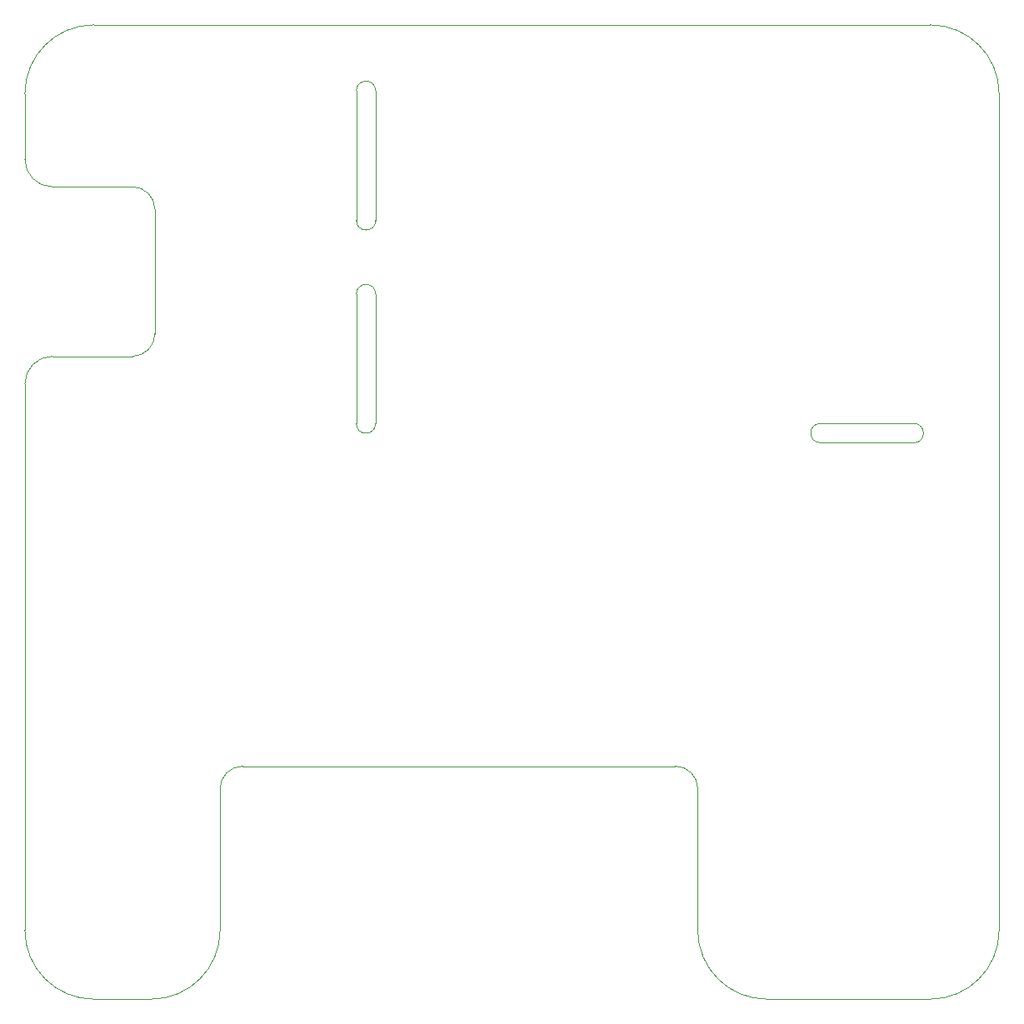
<source format=gm1>
G04 #@! TF.GenerationSoftware,KiCad,Pcbnew,7.0.7+dfsg-1*
G04 #@! TF.CreationDate,2024-09-08T18:24:34+02:00*
G04 #@! TF.ProjectId,evo-cube-sensor,65766f2d-6375-4626-952d-73656e736f72,rev?*
G04 #@! TF.SameCoordinates,Original*
G04 #@! TF.FileFunction,Profile,NP*
%FSLAX46Y46*%
G04 Gerber Fmt 4.6, Leading zero omitted, Abs format (unit mm)*
G04 Created by KiCad (PCBNEW 7.0.7+dfsg-1) date 2024-09-08 18:24:34*
%MOMM*%
%LPD*%
G01*
G04 APERTURE LIST*
G04 #@! TA.AperFunction,Profile*
%ADD10C,0.100000*%
G04 #@! TD*
G04 APERTURE END LIST*
D10*
X114503200Y-73075800D02*
X124002800Y-73075800D01*
X125664200Y-131569200D02*
G75*
G03*
X132664200Y-124569200I0J7000000D01*
G01*
X46500453Y-131569203D02*
G75*
G03*
X53500453Y-124569200I-3J7000003D01*
G01*
X33670200Y-46233544D02*
X33664200Y-39569200D01*
X33664200Y-124569200D02*
G75*
G03*
X40664200Y-131569200I7000000J0D01*
G01*
X67348843Y-73089243D02*
G75*
G03*
X69303157Y-73089243I977157J0D01*
G01*
X55786453Y-107899153D02*
G75*
G03*
X53500453Y-110185200I47J-2286047D01*
G01*
X125664200Y-32569200D02*
X40664200Y-32569200D01*
X99756200Y-107899200D02*
X55786453Y-107899200D01*
X102042200Y-110185200D02*
G75*
G03*
X99756200Y-107899200I-2286000J0D01*
G01*
X46878200Y-51313544D02*
X46878200Y-63957200D01*
X53500453Y-110185200D02*
X53500453Y-124569200D01*
X46878156Y-51313544D02*
G75*
G03*
X44592200Y-49027544I-2285956J44D01*
G01*
X69303157Y-59918600D02*
G75*
G03*
X67348843Y-59918600I-977157J0D01*
G01*
X44592200Y-66243200D02*
X36464200Y-66243200D01*
X44592200Y-66243200D02*
G75*
G03*
X46878200Y-63957200I0J2286000D01*
G01*
X44592200Y-49027544D02*
X36464200Y-49027544D01*
X102042200Y-110185200D02*
X102042200Y-124569200D01*
X36464200Y-66243200D02*
G75*
G03*
X33670200Y-69037200I0J-2794000D01*
G01*
X114503200Y-73075886D02*
G75*
G03*
X114503200Y-75030114I0J-977114D01*
G01*
X109042200Y-131569200D02*
X125664200Y-131569200D01*
X124002800Y-75030114D02*
X114503200Y-75030114D01*
X67348843Y-73089243D02*
X67348843Y-59918600D01*
X67348843Y-52439043D02*
G75*
G03*
X69303157Y-52439043I977157J0D01*
G01*
X69303157Y-39268400D02*
X69303157Y-52439043D01*
X33670200Y-69037200D02*
X33670200Y-124569200D01*
X124002800Y-75030200D02*
G75*
G03*
X124002800Y-73075800I0J977200D01*
G01*
X40664200Y-32569200D02*
G75*
G03*
X33664200Y-39569200I0J-7000000D01*
G01*
X67348843Y-39268400D02*
X67348843Y-52439043D01*
X69303157Y-59918600D02*
X69303157Y-73089243D01*
X132664200Y-39569200D02*
G75*
G03*
X125664200Y-32569200I-7000000J0D01*
G01*
X33670156Y-46233544D02*
G75*
G03*
X36464200Y-49027544I2794044J44D01*
G01*
X69303157Y-39268400D02*
G75*
G03*
X67348843Y-39268400I-977157J0D01*
G01*
X40664200Y-131569200D02*
X46500453Y-131569200D01*
X102042200Y-124569200D02*
G75*
G03*
X109042200Y-131569200I7000000J0D01*
G01*
X132664200Y-124569200D02*
X132664200Y-39569200D01*
M02*

</source>
